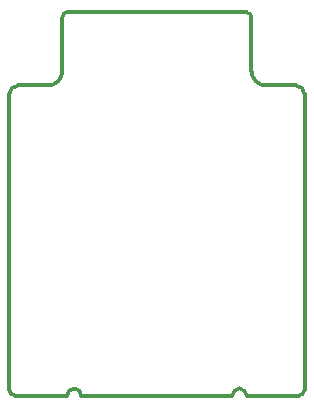
<source format=gko>
G04*
G04 #@! TF.GenerationSoftware,Altium Limited,Altium Designer,22.10.1 (41)*
G04*
G04 Layer_Color=16711935*
%FSLAX44Y44*%
%MOMM*%
G71*
G04*
G04 #@! TF.SameCoordinates,4435170C-8FAF-4430-8920-974BABAA59A2*
G04*
G04*
G04 #@! TF.FilePolarity,Positive*
G04*
G01*
G75*
%ADD13C,0.3000*%
D13*
X920000Y581000D02*
G03*
X914000Y575000I0J-6000D01*
G01*
X926000D02*
G03*
X920000Y581000I-6000J0D01*
G01*
X786000Y575000D02*
G03*
X780000Y581000I-6000J0D01*
G01*
D02*
G03*
X774000Y575000I0J-6000D01*
G01*
X725000Y580000D02*
G03*
X730000Y575000I5000J-0D01*
G01*
X970000Y575000D02*
G03*
X975000Y580000I0J5000D01*
G01*
X732500Y837500D02*
G03*
X725000Y830000I0J-7500D01*
G01*
X975000D02*
G03*
X967500Y837500I-7500J0D01*
G01*
X757500D02*
G03*
X770000Y850000I0J12500D01*
G01*
X930000Y850000D02*
G03*
X942500Y837500I12500J0D01*
G01*
X775000Y900000D02*
G03*
X770000Y895000I0J-5000D01*
G01*
X930000D02*
G03*
X925000Y900000I-5000J0D01*
G01*
X786000Y575000D02*
X914000D01*
X926000D02*
X970000D01*
X730000Y575000D02*
X774000Y575000D01*
X975000Y580000D02*
Y830000D01*
X725000Y580000D02*
Y830000D01*
X942500Y837500D02*
X967500D01*
X732500D02*
X757500D01*
X930000Y850000D02*
X930000Y895000D01*
X770000D02*
X770000Y850000D01*
X775000Y900000D02*
X925000D01*
M02*

</source>
